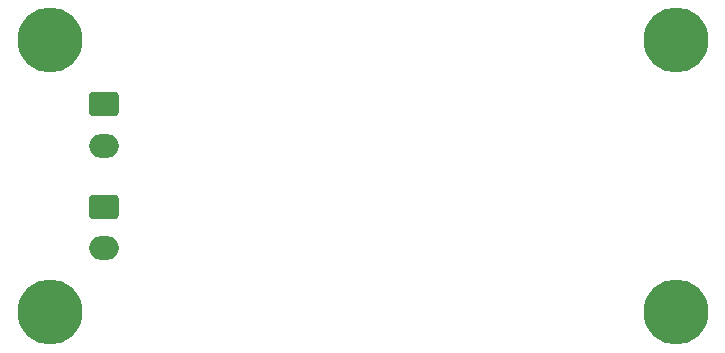
<source format=gbr>
%TF.GenerationSoftware,Altium Limited,Altium Designer,22.11.1 (43)*%
G04 Layer_Color=255*
%FSLAX45Y45*%
%MOMM*%
%TF.SameCoordinates,F25CF00E-CD35-404E-9013-36C82019CF52*%
%TF.FilePolarity,Positive*%
%TF.FileFunction,Pads,Bot*%
%TF.Part,Single*%
G01*
G75*
%TA.AperFunction,ComponentPad*%
G04:AMPARAMS|DCode=31|XSize=2mm|YSize=2.5mm|CornerRadius=0.25mm|HoleSize=0mm|Usage=FLASHONLY|Rotation=270.000|XOffset=0mm|YOffset=0mm|HoleType=Round|Shape=RoundedRectangle|*
%AMROUNDEDRECTD31*
21,1,2.00000,2.00000,0,0,270.0*
21,1,1.50000,2.50000,0,0,270.0*
1,1,0.50000,-1.00000,-0.75000*
1,1,0.50000,-1.00000,0.75000*
1,1,0.50000,1.00000,0.75000*
1,1,0.50000,1.00000,-0.75000*
%
%ADD31ROUNDEDRECTD31*%
%ADD32O,2.50000X2.00000*%
%ADD33C,5.50000*%
D31*
X805180Y2110220D02*
D03*
Y1239520D02*
D03*
D32*
Y1760220D02*
D03*
Y889520D02*
D03*
D33*
X5650000Y350000D02*
D03*
X350000Y2650000D02*
D03*
X5650000D02*
D03*
X350000Y350000D02*
D03*
%TF.MD5,352a2fc5eddb274f192545b7d11f0744*%
M02*

</source>
